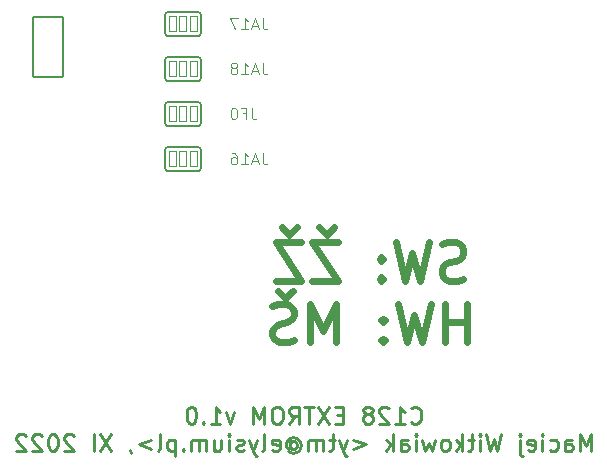
<source format=gbo>
G04 #@! TF.GenerationSoftware,KiCad,Pcbnew,(6.0.5)*
G04 #@! TF.CreationDate,2022-12-14T22:57:53+01:00*
G04 #@! TF.ProjectId,MDCC_512k,4d444343-5f35-4313-926b-2e6b69636164,C*
G04 #@! TF.SameCoordinates,Original*
G04 #@! TF.FileFunction,Legend,Bot*
G04 #@! TF.FilePolarity,Positive*
%FSLAX46Y46*%
G04 Gerber Fmt 4.6, Leading zero omitted, Abs format (unit mm)*
G04 Created by KiCad (PCBNEW (6.0.5)) date 2022-12-14 22:57:53*
%MOMM*%
%LPD*%
G01*
G04 APERTURE LIST*
G04 Aperture macros list*
%AMRoundRect*
0 Rectangle with rounded corners*
0 $1 Rounding radius*
0 $2 $3 $4 $5 $6 $7 $8 $9 X,Y pos of 4 corners*
0 Add a 4 corners polygon primitive as box body*
4,1,4,$2,$3,$4,$5,$6,$7,$8,$9,$2,$3,0*
0 Add four circle primitives for the rounded corners*
1,1,$1+$1,$2,$3*
1,1,$1+$1,$4,$5*
1,1,$1+$1,$6,$7*
1,1,$1+$1,$8,$9*
0 Add four rect primitives between the rounded corners*
20,1,$1+$1,$2,$3,$4,$5,0*
20,1,$1+$1,$4,$5,$6,$7,0*
20,1,$1+$1,$6,$7,$8,$9,0*
20,1,$1+$1,$8,$9,$2,$3,0*%
%AMFreePoly0*
4,1,17,0.435971,0.836021,0.836021,0.435971,0.850900,0.400050,0.850900,-0.400050,0.836021,-0.435971,0.435971,-0.836021,0.400050,-0.850900,-0.400050,-0.850900,-0.435971,-0.836021,-0.836021,-0.435971,-0.850900,-0.400050,-0.850900,0.400050,-0.836021,0.435971,-0.435971,0.836021,-0.400050,0.850900,0.400050,0.850900,0.435971,0.836021,0.435971,0.836021,$1*%
%AMFreePoly1*
4,1,17,0.416921,0.797921,0.797921,0.416921,0.812800,0.381000,0.812800,-0.381000,0.797921,-0.416921,0.416921,-0.797921,0.381000,-0.812800,-0.381000,-0.812800,-0.416921,-0.797921,-0.797921,-0.416921,-0.812800,-0.381000,-0.812800,0.381000,-0.797921,0.416921,-0.416921,0.797921,-0.381000,0.812800,0.381000,0.812800,0.416921,0.797921,0.416921,0.797921,$1*%
G04 Aperture macros list end*
%ADD10C,0.609600*%
%ADD11C,0.571500*%
%ADD12C,0.251460*%
%ADD13C,0.044867*%
%ADD14C,0.152400*%
%ADD15O,1.422400X2.743200*%
%ADD16C,5.000000*%
%ADD17RoundRect,0.431800X-0.381000X-2.794000X0.381000X-2.794000X0.381000X2.794000X-0.381000X2.794000X0*%
%ADD18R,1.600000X1.600000*%
%ADD19O,1.600000X1.600000*%
%ADD20O,2.743200X1.422400*%
%ADD21C,1.600000*%
%ADD22FreePoly0,0.000000*%
%ADD23FreePoly1,270.000000*%
%ADD24RoundRect,0.050800X-0.317500X-0.635000X0.317500X-0.635000X0.317500X0.635000X-0.317500X0.635000X0*%
%ADD25RoundRect,0.050800X-1.270000X-2.540000X1.270000X-2.540000X1.270000X2.540000X-1.270000X2.540000X0*%
G04 APERTURE END LIST*
D10*
X146367500Y-105727500D02*
X147002500Y-106362500D01*
X150495000Y-100965000D02*
X151130000Y-100330000D01*
X147320000Y-100965000D02*
X147955000Y-100330000D01*
X147002500Y-106362500D02*
X147637500Y-105727500D01*
X149860000Y-100330000D02*
X150495000Y-100965000D01*
X146685000Y-100330000D02*
X147320000Y-100965000D01*
D11*
X162081028Y-104712429D02*
X161618385Y-104866643D01*
X160847314Y-104866643D01*
X160538885Y-104712429D01*
X160384671Y-104558215D01*
X160230457Y-104249786D01*
X160230457Y-103941358D01*
X160384671Y-103632929D01*
X160538885Y-103478715D01*
X160847314Y-103324500D01*
X161464171Y-103170286D01*
X161772600Y-103016072D01*
X161926814Y-102861858D01*
X162081028Y-102553429D01*
X162081028Y-102245000D01*
X161926814Y-101936572D01*
X161772600Y-101782358D01*
X161464171Y-101628143D01*
X160693100Y-101628143D01*
X160230457Y-101782358D01*
X159150957Y-101628143D02*
X158379885Y-104866643D01*
X157763028Y-102553429D01*
X157146171Y-104866643D01*
X156375100Y-101628143D01*
X155141385Y-104558215D02*
X154987171Y-104712429D01*
X155141385Y-104866643D01*
X155295600Y-104712429D01*
X155141385Y-104558215D01*
X155141385Y-104866643D01*
X155141385Y-102861858D02*
X154987171Y-103016072D01*
X155141385Y-103170286D01*
X155295600Y-103016072D01*
X155141385Y-102861858D01*
X155141385Y-103170286D01*
X151440242Y-101628143D02*
X149281242Y-101628143D01*
X151440242Y-104866643D01*
X149281242Y-104866643D01*
X148355957Y-101628143D02*
X146196957Y-101628143D01*
X148355957Y-104866643D01*
X146196957Y-104866643D01*
X162389457Y-110080628D02*
X162389457Y-106842128D01*
X162389457Y-108384271D02*
X160538885Y-108384271D01*
X160538885Y-110080628D02*
X160538885Y-106842128D01*
X159305171Y-106842128D02*
X158534100Y-110080628D01*
X157917242Y-107767414D01*
X157300385Y-110080628D01*
X156529314Y-106842128D01*
X155295600Y-109772200D02*
X155141385Y-109926414D01*
X155295600Y-110080628D01*
X155449814Y-109926414D01*
X155295600Y-109772200D01*
X155295600Y-110080628D01*
X155295600Y-108075843D02*
X155141385Y-108230057D01*
X155295600Y-108384271D01*
X155449814Y-108230057D01*
X155295600Y-108075843D01*
X155295600Y-108384271D01*
X151286028Y-110080628D02*
X151286028Y-106842128D01*
X150206528Y-109155343D01*
X149127028Y-106842128D01*
X149127028Y-110080628D01*
X147739100Y-109926414D02*
X147276457Y-110080628D01*
X146505385Y-110080628D01*
X146196957Y-109926414D01*
X146042742Y-109772200D01*
X145888528Y-109463771D01*
X145888528Y-109155343D01*
X146042742Y-108846914D01*
X146196957Y-108692700D01*
X146505385Y-108538485D01*
X147122242Y-108384271D01*
X147430671Y-108230057D01*
X147584885Y-108075843D01*
X147739100Y-107767414D01*
X147739100Y-107458985D01*
X147584885Y-107150557D01*
X147430671Y-106996343D01*
X147122242Y-106842128D01*
X146351171Y-106842128D01*
X145888528Y-106996343D01*
D12*
X157648547Y-116836831D02*
X157716401Y-116904685D01*
X157919964Y-116972539D01*
X158055672Y-116972539D01*
X158259235Y-116904685D01*
X158394944Y-116768976D01*
X158462798Y-116633268D01*
X158530652Y-116361851D01*
X158530652Y-116158288D01*
X158462798Y-115886871D01*
X158394944Y-115751162D01*
X158259235Y-115615454D01*
X158055672Y-115547599D01*
X157919964Y-115547599D01*
X157716401Y-115615454D01*
X157648547Y-115683308D01*
X156291461Y-116972539D02*
X157105712Y-116972539D01*
X156698587Y-116972539D02*
X156698587Y-115547599D01*
X156834295Y-115751162D01*
X156970004Y-115886871D01*
X157105712Y-115954725D01*
X155748627Y-115683308D02*
X155680772Y-115615454D01*
X155545064Y-115547599D01*
X155205792Y-115547599D01*
X155070084Y-115615454D01*
X155002230Y-115683308D01*
X154934375Y-115819016D01*
X154934375Y-115954725D01*
X155002230Y-116158288D01*
X155816481Y-116972539D01*
X154934375Y-116972539D01*
X154120124Y-116158288D02*
X154255832Y-116090434D01*
X154323687Y-116022579D01*
X154391541Y-115886871D01*
X154391541Y-115819016D01*
X154323687Y-115683308D01*
X154255832Y-115615454D01*
X154120124Y-115547599D01*
X153848707Y-115547599D01*
X153712998Y-115615454D01*
X153645144Y-115683308D01*
X153577290Y-115819016D01*
X153577290Y-115886871D01*
X153645144Y-116022579D01*
X153712998Y-116090434D01*
X153848707Y-116158288D01*
X154120124Y-116158288D01*
X154255832Y-116226142D01*
X154323687Y-116293996D01*
X154391541Y-116429705D01*
X154391541Y-116701122D01*
X154323687Y-116836831D01*
X154255832Y-116904685D01*
X154120124Y-116972539D01*
X153848707Y-116972539D01*
X153712998Y-116904685D01*
X153645144Y-116836831D01*
X153577290Y-116701122D01*
X153577290Y-116429705D01*
X153645144Y-116293996D01*
X153712998Y-116226142D01*
X153848707Y-116158288D01*
X151880932Y-116226142D02*
X151405952Y-116226142D01*
X151202390Y-116972539D02*
X151880932Y-116972539D01*
X151880932Y-115547599D01*
X151202390Y-115547599D01*
X150727410Y-115547599D02*
X149777450Y-116972539D01*
X149777450Y-115547599D02*
X150727410Y-116972539D01*
X149438178Y-115547599D02*
X148623927Y-115547599D01*
X149031052Y-116972539D02*
X149031052Y-115547599D01*
X147334695Y-116972539D02*
X147809675Y-116293996D01*
X148148947Y-116972539D02*
X148148947Y-115547599D01*
X147606112Y-115547599D01*
X147470404Y-115615454D01*
X147402550Y-115683308D01*
X147334695Y-115819016D01*
X147334695Y-116022579D01*
X147402550Y-116158288D01*
X147470404Y-116226142D01*
X147606112Y-116293996D01*
X148148947Y-116293996D01*
X146452590Y-115547599D02*
X146181172Y-115547599D01*
X146045464Y-115615454D01*
X145909755Y-115751162D01*
X145841901Y-116022579D01*
X145841901Y-116497559D01*
X145909755Y-116768976D01*
X146045464Y-116904685D01*
X146181172Y-116972539D01*
X146452590Y-116972539D01*
X146588298Y-116904685D01*
X146724007Y-116768976D01*
X146791861Y-116497559D01*
X146791861Y-116022579D01*
X146724007Y-115751162D01*
X146588298Y-115615454D01*
X146452590Y-115547599D01*
X145231212Y-116972539D02*
X145231212Y-115547599D01*
X144756232Y-116565414D01*
X144281252Y-115547599D01*
X144281252Y-116972539D01*
X142652750Y-116022579D02*
X142313478Y-116972539D01*
X141974207Y-116022579D01*
X140684975Y-116972539D02*
X141499227Y-116972539D01*
X141092101Y-116972539D02*
X141092101Y-115547599D01*
X141227810Y-115751162D01*
X141363518Y-115886871D01*
X141499227Y-115954725D01*
X140074287Y-116836831D02*
X140006432Y-116904685D01*
X140074287Y-116972539D01*
X140142141Y-116904685D01*
X140074287Y-116836831D01*
X140074287Y-116972539D01*
X139124327Y-115547599D02*
X138988618Y-115547599D01*
X138852910Y-115615454D01*
X138785055Y-115683308D01*
X138717201Y-115819016D01*
X138649347Y-116090434D01*
X138649347Y-116429705D01*
X138717201Y-116701122D01*
X138785055Y-116836831D01*
X138852910Y-116904685D01*
X138988618Y-116972539D01*
X139124327Y-116972539D01*
X139260035Y-116904685D01*
X139327890Y-116836831D01*
X139395744Y-116701122D01*
X139463598Y-116429705D01*
X139463598Y-116090434D01*
X139395744Y-115819016D01*
X139327890Y-115683308D01*
X139260035Y-115615454D01*
X139124327Y-115547599D01*
X172915761Y-119266692D02*
X172915761Y-117841752D01*
X172440781Y-118859567D01*
X171965801Y-117841752D01*
X171965801Y-119266692D01*
X170676570Y-119266692D02*
X170676570Y-118520295D01*
X170744424Y-118384587D01*
X170880132Y-118316732D01*
X171151550Y-118316732D01*
X171287258Y-118384587D01*
X170676570Y-119198838D02*
X170812278Y-119266692D01*
X171151550Y-119266692D01*
X171287258Y-119198838D01*
X171355112Y-119063129D01*
X171355112Y-118927421D01*
X171287258Y-118791712D01*
X171151550Y-118723858D01*
X170812278Y-118723858D01*
X170676570Y-118656004D01*
X169387338Y-119198838D02*
X169523047Y-119266692D01*
X169794464Y-119266692D01*
X169930172Y-119198838D01*
X169998027Y-119130984D01*
X170065881Y-118995275D01*
X170065881Y-118588149D01*
X169998027Y-118452441D01*
X169930172Y-118384587D01*
X169794464Y-118316732D01*
X169523047Y-118316732D01*
X169387338Y-118384587D01*
X168776650Y-119266692D02*
X168776650Y-118316732D01*
X168776650Y-117841752D02*
X168844504Y-117909607D01*
X168776650Y-117977461D01*
X168708795Y-117909607D01*
X168776650Y-117841752D01*
X168776650Y-117977461D01*
X167555272Y-119198838D02*
X167690981Y-119266692D01*
X167962398Y-119266692D01*
X168098107Y-119198838D01*
X168165961Y-119063129D01*
X168165961Y-118520295D01*
X168098107Y-118384587D01*
X167962398Y-118316732D01*
X167690981Y-118316732D01*
X167555272Y-118384587D01*
X167487418Y-118520295D01*
X167487418Y-118656004D01*
X168165961Y-118791712D01*
X166876730Y-118316732D02*
X166876730Y-119538109D01*
X166944584Y-119673818D01*
X167080292Y-119741672D01*
X167148147Y-119741672D01*
X166876730Y-117841752D02*
X166944584Y-117909607D01*
X166876730Y-117977461D01*
X166808875Y-117909607D01*
X166876730Y-117841752D01*
X166876730Y-117977461D01*
X165248227Y-117841752D02*
X164908955Y-119266692D01*
X164637538Y-118248878D01*
X164366121Y-119266692D01*
X164026850Y-117841752D01*
X163484015Y-119266692D02*
X163484015Y-118316732D01*
X163484015Y-117841752D02*
X163551870Y-117909607D01*
X163484015Y-117977461D01*
X163416161Y-117909607D01*
X163484015Y-117841752D01*
X163484015Y-117977461D01*
X163009035Y-118316732D02*
X162466201Y-118316732D01*
X162805472Y-117841752D02*
X162805472Y-119063129D01*
X162737618Y-119198838D01*
X162601910Y-119266692D01*
X162466201Y-119266692D01*
X161991221Y-119266692D02*
X161991221Y-117841752D01*
X161855512Y-118723858D02*
X161448387Y-119266692D01*
X161448387Y-118316732D02*
X161991221Y-118859567D01*
X160634135Y-119266692D02*
X160769844Y-119198838D01*
X160837698Y-119130984D01*
X160905552Y-118995275D01*
X160905552Y-118588149D01*
X160837698Y-118452441D01*
X160769844Y-118384587D01*
X160634135Y-118316732D01*
X160430572Y-118316732D01*
X160294864Y-118384587D01*
X160227010Y-118452441D01*
X160159155Y-118588149D01*
X160159155Y-118995275D01*
X160227010Y-119130984D01*
X160294864Y-119198838D01*
X160430572Y-119266692D01*
X160634135Y-119266692D01*
X159684175Y-118316732D02*
X159412758Y-119266692D01*
X159141341Y-118588149D01*
X158869924Y-119266692D01*
X158598507Y-118316732D01*
X158055672Y-119266692D02*
X158055672Y-118316732D01*
X158055672Y-117841752D02*
X158123527Y-117909607D01*
X158055672Y-117977461D01*
X157987818Y-117909607D01*
X158055672Y-117841752D01*
X158055672Y-117977461D01*
X156766441Y-119266692D02*
X156766441Y-118520295D01*
X156834295Y-118384587D01*
X156970004Y-118316732D01*
X157241421Y-118316732D01*
X157377130Y-118384587D01*
X156766441Y-119198838D02*
X156902150Y-119266692D01*
X157241421Y-119266692D01*
X157377130Y-119198838D01*
X157444984Y-119063129D01*
X157444984Y-118927421D01*
X157377130Y-118791712D01*
X157241421Y-118723858D01*
X156902150Y-118723858D01*
X156766441Y-118656004D01*
X156087898Y-119266692D02*
X156087898Y-117841752D01*
X155952190Y-118723858D02*
X155545064Y-119266692D01*
X155545064Y-118316732D02*
X156087898Y-118859567D01*
X152763038Y-118316732D02*
X153848707Y-118723858D01*
X152763038Y-119130984D01*
X152220204Y-118316732D02*
X151880932Y-119266692D01*
X151541661Y-118316732D02*
X151880932Y-119266692D01*
X152016641Y-119605964D01*
X152084495Y-119673818D01*
X152220204Y-119741672D01*
X151202390Y-118316732D02*
X150659555Y-118316732D01*
X150998827Y-117841752D02*
X150998827Y-119063129D01*
X150930972Y-119198838D01*
X150795264Y-119266692D01*
X150659555Y-119266692D01*
X150184575Y-119266692D02*
X150184575Y-118316732D01*
X150184575Y-118452441D02*
X150116721Y-118384587D01*
X149981012Y-118316732D01*
X149777450Y-118316732D01*
X149641741Y-118384587D01*
X149573887Y-118520295D01*
X149573887Y-119266692D01*
X149573887Y-118520295D02*
X149506032Y-118384587D01*
X149370324Y-118316732D01*
X149166761Y-118316732D01*
X149031052Y-118384587D01*
X148963198Y-118520295D01*
X148963198Y-119266692D01*
X147402550Y-118588149D02*
X147470404Y-118520295D01*
X147606112Y-118452441D01*
X147741821Y-118452441D01*
X147877530Y-118520295D01*
X147945384Y-118588149D01*
X148013238Y-118723858D01*
X148013238Y-118859567D01*
X147945384Y-118995275D01*
X147877530Y-119063129D01*
X147741821Y-119130984D01*
X147606112Y-119130984D01*
X147470404Y-119063129D01*
X147402550Y-118995275D01*
X147402550Y-118452441D02*
X147402550Y-118995275D01*
X147334695Y-119063129D01*
X147266841Y-119063129D01*
X147131132Y-118995275D01*
X147063278Y-118859567D01*
X147063278Y-118520295D01*
X147198987Y-118316732D01*
X147402550Y-118181024D01*
X147673967Y-118113169D01*
X147945384Y-118181024D01*
X148148947Y-118316732D01*
X148284655Y-118520295D01*
X148352510Y-118791712D01*
X148284655Y-119063129D01*
X148148947Y-119266692D01*
X147945384Y-119402401D01*
X147673967Y-119470255D01*
X147402550Y-119402401D01*
X147198987Y-119266692D01*
X145909755Y-119198838D02*
X146045464Y-119266692D01*
X146316881Y-119266692D01*
X146452590Y-119198838D01*
X146520444Y-119063129D01*
X146520444Y-118520295D01*
X146452590Y-118384587D01*
X146316881Y-118316732D01*
X146045464Y-118316732D01*
X145909755Y-118384587D01*
X145841901Y-118520295D01*
X145841901Y-118656004D01*
X146520444Y-118791712D01*
X145027650Y-119266692D02*
X145163358Y-119198838D01*
X145231212Y-119063129D01*
X145231212Y-117841752D01*
X144620524Y-118316732D02*
X144281252Y-119266692D01*
X143941981Y-118316732D02*
X144281252Y-119266692D01*
X144416961Y-119605964D01*
X144484815Y-119673818D01*
X144620524Y-119741672D01*
X143467001Y-119198838D02*
X143331292Y-119266692D01*
X143059875Y-119266692D01*
X142924167Y-119198838D01*
X142856312Y-119063129D01*
X142856312Y-118995275D01*
X142924167Y-118859567D01*
X143059875Y-118791712D01*
X143263438Y-118791712D01*
X143399147Y-118723858D01*
X143467001Y-118588149D01*
X143467001Y-118520295D01*
X143399147Y-118384587D01*
X143263438Y-118316732D01*
X143059875Y-118316732D01*
X142924167Y-118384587D01*
X142245624Y-119266692D02*
X142245624Y-118316732D01*
X142245624Y-117841752D02*
X142313478Y-117909607D01*
X142245624Y-117977461D01*
X142177770Y-117909607D01*
X142245624Y-117841752D01*
X142245624Y-117977461D01*
X140956392Y-118316732D02*
X140956392Y-119266692D01*
X141567081Y-118316732D02*
X141567081Y-119063129D01*
X141499227Y-119198838D01*
X141363518Y-119266692D01*
X141159955Y-119266692D01*
X141024247Y-119198838D01*
X140956392Y-119130984D01*
X140277850Y-119266692D02*
X140277850Y-118316732D01*
X140277850Y-118452441D02*
X140209995Y-118384587D01*
X140074287Y-118316732D01*
X139870724Y-118316732D01*
X139735015Y-118384587D01*
X139667161Y-118520295D01*
X139667161Y-119266692D01*
X139667161Y-118520295D02*
X139599307Y-118384587D01*
X139463598Y-118316732D01*
X139260035Y-118316732D01*
X139124327Y-118384587D01*
X139056472Y-118520295D01*
X139056472Y-119266692D01*
X138377930Y-119130984D02*
X138310075Y-119198838D01*
X138377930Y-119266692D01*
X138445784Y-119198838D01*
X138377930Y-119130984D01*
X138377930Y-119266692D01*
X137699387Y-118316732D02*
X137699387Y-119741672D01*
X137699387Y-118384587D02*
X137563678Y-118316732D01*
X137292261Y-118316732D01*
X137156552Y-118384587D01*
X137088698Y-118452441D01*
X137020844Y-118588149D01*
X137020844Y-118995275D01*
X137088698Y-119130984D01*
X137156552Y-119198838D01*
X137292261Y-119266692D01*
X137563678Y-119266692D01*
X137699387Y-119198838D01*
X136206592Y-119266692D02*
X136342301Y-119198838D01*
X136410155Y-119063129D01*
X136410155Y-117841752D01*
X135663758Y-118316732D02*
X134578090Y-118723858D01*
X135663758Y-119130984D01*
X133831692Y-119198838D02*
X133831692Y-119266692D01*
X133899547Y-119402401D01*
X133967401Y-119470255D01*
X132271044Y-117841752D02*
X131321084Y-119266692D01*
X131321084Y-117841752D02*
X132271044Y-119266692D01*
X130778250Y-119266692D02*
X130778250Y-117841752D01*
X129081892Y-117977461D02*
X129014038Y-117909607D01*
X128878330Y-117841752D01*
X128539058Y-117841752D01*
X128403350Y-117909607D01*
X128335495Y-117977461D01*
X128267641Y-118113169D01*
X128267641Y-118248878D01*
X128335495Y-118452441D01*
X129149747Y-119266692D01*
X128267641Y-119266692D01*
X127385535Y-117841752D02*
X127249827Y-117841752D01*
X127114118Y-117909607D01*
X127046264Y-117977461D01*
X126978410Y-118113169D01*
X126910555Y-118384587D01*
X126910555Y-118723858D01*
X126978410Y-118995275D01*
X127046264Y-119130984D01*
X127114118Y-119198838D01*
X127249827Y-119266692D01*
X127385535Y-119266692D01*
X127521244Y-119198838D01*
X127589098Y-119130984D01*
X127656952Y-118995275D01*
X127724807Y-118723858D01*
X127724807Y-118384587D01*
X127656952Y-118113169D01*
X127589098Y-117977461D01*
X127521244Y-117909607D01*
X127385535Y-117841752D01*
X126367721Y-117977461D02*
X126299867Y-117909607D01*
X126164158Y-117841752D01*
X125824887Y-117841752D01*
X125689178Y-117909607D01*
X125621324Y-117977461D01*
X125553470Y-118113169D01*
X125553470Y-118248878D01*
X125621324Y-118452441D01*
X126435575Y-119266692D01*
X125553470Y-119266692D01*
X125010635Y-117977461D02*
X124942781Y-117909607D01*
X124807072Y-117841752D01*
X124467801Y-117841752D01*
X124332092Y-117909607D01*
X124264238Y-117977461D01*
X124196384Y-118113169D01*
X124196384Y-118248878D01*
X124264238Y-118452441D01*
X125078490Y-119266692D01*
X124196384Y-119266692D01*
D13*
X145093662Y-94046789D02*
X145093662Y-94740455D01*
X145139906Y-94879188D01*
X145232395Y-94971677D01*
X145371129Y-95017922D01*
X145463617Y-95017922D01*
X144677462Y-94740455D02*
X144215018Y-94740455D01*
X144769951Y-95017922D02*
X144446240Y-94046789D01*
X144122529Y-95017922D01*
X143290129Y-95017922D02*
X143845062Y-95017922D01*
X143567596Y-95017922D02*
X143567596Y-94046789D01*
X143660085Y-94185522D01*
X143752574Y-94278011D01*
X143845062Y-94324255D01*
X142457730Y-94046789D02*
X142642707Y-94046789D01*
X142735196Y-94093033D01*
X142781441Y-94139277D01*
X142873929Y-94278011D01*
X142920174Y-94462988D01*
X142920174Y-94832944D01*
X142873929Y-94925433D01*
X142827685Y-94971677D01*
X142735196Y-95017922D01*
X142550218Y-95017922D01*
X142457730Y-94971677D01*
X142411485Y-94925433D01*
X142365241Y-94832944D01*
X142365241Y-94601722D01*
X142411485Y-94509233D01*
X142457730Y-94462988D01*
X142550218Y-94416744D01*
X142735196Y-94416744D01*
X142827685Y-94462988D01*
X142873929Y-94509233D01*
X142920174Y-94601722D01*
X144168773Y-90236789D02*
X144168773Y-90930455D01*
X144215018Y-91069188D01*
X144307507Y-91161677D01*
X144446240Y-91207922D01*
X144538729Y-91207922D01*
X143382618Y-90699233D02*
X143706329Y-90699233D01*
X143706329Y-91207922D02*
X143706329Y-90236789D01*
X143243885Y-90236789D01*
X142688952Y-90236789D02*
X142596463Y-90236789D01*
X142503974Y-90283033D01*
X142457730Y-90329277D01*
X142411485Y-90421766D01*
X142365241Y-90606744D01*
X142365241Y-90837966D01*
X142411485Y-91022944D01*
X142457730Y-91115433D01*
X142503974Y-91161677D01*
X142596463Y-91207922D01*
X142688952Y-91207922D01*
X142781441Y-91161677D01*
X142827685Y-91115433D01*
X142873929Y-91022944D01*
X142920174Y-90837966D01*
X142920174Y-90606744D01*
X142873929Y-90421766D01*
X142827685Y-90329277D01*
X142781441Y-90283033D01*
X142688952Y-90236789D01*
X145093662Y-82616789D02*
X145093662Y-83310455D01*
X145139906Y-83449188D01*
X145232395Y-83541677D01*
X145371129Y-83587922D01*
X145463617Y-83587922D01*
X144677462Y-83310455D02*
X144215018Y-83310455D01*
X144769951Y-83587922D02*
X144446240Y-82616789D01*
X144122529Y-83587922D01*
X143290129Y-83587922D02*
X143845062Y-83587922D01*
X143567596Y-83587922D02*
X143567596Y-82616789D01*
X143660085Y-82755522D01*
X143752574Y-82848011D01*
X143845062Y-82894255D01*
X142966418Y-82616789D02*
X142318996Y-82616789D01*
X142735196Y-83587922D01*
X145093662Y-86426789D02*
X145093662Y-87120455D01*
X145139906Y-87259188D01*
X145232395Y-87351677D01*
X145371129Y-87397922D01*
X145463617Y-87397922D01*
X144677462Y-87120455D02*
X144215018Y-87120455D01*
X144769951Y-87397922D02*
X144446240Y-86426789D01*
X144122529Y-87397922D01*
X143290129Y-87397922D02*
X143845062Y-87397922D01*
X143567596Y-87397922D02*
X143567596Y-86426789D01*
X143660085Y-86565522D01*
X143752574Y-86658011D01*
X143845062Y-86704255D01*
X142735196Y-86842988D02*
X142827685Y-86796744D01*
X142873929Y-86750500D01*
X142920174Y-86658011D01*
X142920174Y-86611766D01*
X142873929Y-86519277D01*
X142827685Y-86473033D01*
X142735196Y-86426789D01*
X142550218Y-86426789D01*
X142457730Y-86473033D01*
X142411485Y-86519277D01*
X142365241Y-86611766D01*
X142365241Y-86658011D01*
X142411485Y-86750500D01*
X142457730Y-86796744D01*
X142550218Y-86842988D01*
X142735196Y-86842988D01*
X142827685Y-86889233D01*
X142873929Y-86935477D01*
X142920174Y-87027966D01*
X142920174Y-87212944D01*
X142873929Y-87305433D01*
X142827685Y-87351677D01*
X142735196Y-87397922D01*
X142550218Y-87397922D01*
X142457730Y-87351677D01*
X142411485Y-87305433D01*
X142365241Y-87212944D01*
X142365241Y-87027966D01*
X142411485Y-86935477D01*
X142457730Y-86889233D01*
X142550218Y-86842988D01*
D14*
X137071100Y-95594600D02*
X139611100Y-95594600D01*
X139865100Y-93816600D02*
X139865100Y-95340600D01*
X139611100Y-93562600D02*
X137071100Y-93562600D01*
X136817100Y-93816600D02*
X136817100Y-95340600D01*
X139865100Y-93816600D02*
G75*
G03*
X139611100Y-93562600I-254000J0D01*
G01*
X136817100Y-95340600D02*
G75*
G03*
X137071100Y-95594600I254000J0D01*
G01*
X137071100Y-93562600D02*
G75*
G03*
X136817100Y-93816600I0J-254000D01*
G01*
X139611100Y-95594600D02*
G75*
G03*
X139865100Y-95340600I0J254000D01*
G01*
X136817100Y-90006600D02*
X136817100Y-91530600D01*
X139611100Y-89752600D02*
X137071100Y-89752600D01*
X137071100Y-91784600D02*
X139611100Y-91784600D01*
X139865100Y-90006600D02*
X139865100Y-91530600D01*
X139611100Y-91784600D02*
G75*
G03*
X139865100Y-91530600I0J254000D01*
G01*
X137071100Y-89752600D02*
G75*
G03*
X136817100Y-90006600I0J-254000D01*
G01*
X139865100Y-90006600D02*
G75*
G03*
X139611100Y-89752600I-254000J0D01*
G01*
X136817100Y-91530600D02*
G75*
G03*
X137071100Y-91784600I254000J0D01*
G01*
X137071100Y-84164600D02*
X139611100Y-84164600D01*
X139865100Y-82386600D02*
X139865100Y-83910600D01*
X136817100Y-82386600D02*
X136817100Y-83910600D01*
X139611100Y-82132600D02*
X137071100Y-82132600D01*
X139611100Y-84164600D02*
G75*
G03*
X139865100Y-83910600I0J254000D01*
G01*
X136817100Y-83910600D02*
G75*
G03*
X137071100Y-84164600I254000J0D01*
G01*
X139865100Y-82386600D02*
G75*
G03*
X139611100Y-82132600I-254000J0D01*
G01*
X137071100Y-82132600D02*
G75*
G03*
X136817100Y-82386600I0J-254000D01*
G01*
X139865100Y-86196600D02*
X139865100Y-87720600D01*
X137071100Y-87974600D02*
X139611100Y-87974600D01*
X139611100Y-85942600D02*
X137071100Y-85942600D01*
X136817100Y-86196600D02*
X136817100Y-87720600D01*
X137071100Y-85942600D02*
G75*
G03*
X136817100Y-86196600I0J-254000D01*
G01*
X136817100Y-87720600D02*
G75*
G03*
X137071100Y-87974600I254000J0D01*
G01*
X139611100Y-87974600D02*
G75*
G03*
X139865100Y-87720600I0J254000D01*
G01*
X139865100Y-86196600D02*
G75*
G03*
X139611100Y-85942600I-254000J0D01*
G01*
%LPC*%
D15*
X135801100Y-112993600D03*
X138341100Y-112993600D03*
X140881100Y-112993600D03*
X143421100Y-112993600D03*
X145961100Y-112993600D03*
X148501100Y-112993600D03*
X151041100Y-112993600D03*
X153581100Y-112993600D03*
X156121100Y-112993600D03*
X158661100Y-112993600D03*
X161201100Y-112993600D03*
X163741100Y-112993600D03*
X166281100Y-112993600D03*
X168821100Y-112993600D03*
X171361100Y-112993600D03*
X173901100Y-112993600D03*
X173901100Y-97753600D03*
X171361100Y-97753600D03*
X168821100Y-97753600D03*
X166281100Y-97753600D03*
X163741100Y-97753600D03*
X161201100Y-97753600D03*
X158661100Y-97753600D03*
X156121100Y-97753600D03*
X153581100Y-97753600D03*
X151041100Y-97753600D03*
X148501100Y-97753600D03*
X145961100Y-97753600D03*
X143421100Y-97753600D03*
X140881100Y-97753600D03*
X138341100Y-97753600D03*
X135801100Y-97753600D03*
D16*
X148501100Y-86003600D03*
D17*
X121841100Y-125828600D03*
X124381100Y-125828600D03*
X126921100Y-125828600D03*
X129461100Y-125828600D03*
X132001100Y-125828600D03*
X134541100Y-125828600D03*
X137081100Y-125828600D03*
X139621100Y-125828600D03*
X142161100Y-125828600D03*
X144701100Y-125828600D03*
X147241100Y-125828600D03*
X149781100Y-125828600D03*
X152321100Y-125828600D03*
X154861100Y-125828600D03*
X157401100Y-125828600D03*
X159941100Y-125828600D03*
X162481100Y-125828600D03*
X165021100Y-125828600D03*
X167561100Y-125828600D03*
X170101100Y-125828600D03*
X172641100Y-125828600D03*
X175181100Y-125828600D03*
D18*
X123190000Y-114935000D03*
D19*
X130810000Y-114935000D03*
D18*
X123190000Y-112020000D03*
D19*
X130810000Y-112020000D03*
D20*
X123101100Y-93345000D03*
X123101100Y-95885000D03*
X123101100Y-98425000D03*
X123101100Y-100965000D03*
X123101100Y-103505000D03*
X123101100Y-106045000D03*
X123101100Y-108585000D03*
X130721100Y-108585000D03*
X130721100Y-106045000D03*
X130721100Y-103505000D03*
X130721100Y-100965000D03*
X130721100Y-98425000D03*
X130721100Y-95885000D03*
X130721100Y-93345000D03*
D21*
X133350000Y-85090000D03*
D19*
X143510000Y-85090000D03*
D22*
X161201100Y-95213600D03*
D15*
X154851100Y-90768600D03*
X157391100Y-90768600D03*
X159931100Y-90768600D03*
X162471100Y-90768600D03*
X165011100Y-90768600D03*
X167551100Y-90768600D03*
X170091100Y-90768600D03*
X172631100Y-90768600D03*
X175171100Y-90768600D03*
X177711100Y-90768600D03*
X177711100Y-83148600D03*
X175171100Y-83148600D03*
X172631100Y-83148600D03*
X170091100Y-83148600D03*
X167551100Y-83148600D03*
X165011100Y-83148600D03*
X162471100Y-83148600D03*
X159931100Y-83148600D03*
X157391100Y-83148600D03*
X154851100Y-83148600D03*
D23*
X129161100Y-81803600D03*
X129161100Y-88303600D03*
X124661100Y-81803600D03*
X124661100Y-88303600D03*
D24*
X137452100Y-94578600D03*
X138341100Y-94578600D03*
X139230100Y-94578600D03*
X137452100Y-90768600D03*
X138341100Y-90768600D03*
X139230100Y-90768600D03*
D25*
X126911100Y-85053600D03*
D24*
X137452100Y-83148600D03*
X138341100Y-83148600D03*
X139230100Y-83148600D03*
X137452100Y-86958600D03*
X138341100Y-86958600D03*
X139230100Y-86958600D03*
M02*

</source>
